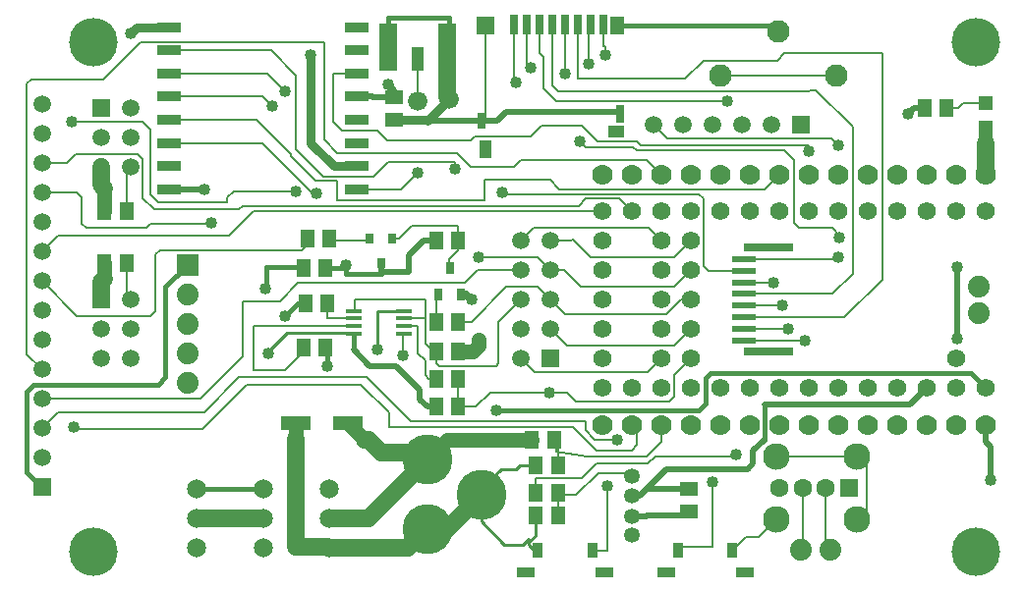
<source format=gtl>
G04 DipTrace 3.3.1.3*
G04 Teensy4.0TouchDisplayLoRaV0.2.gtl*
%MOIN*%
G04 #@! TF.FileFunction,Copper,L1,Top*
G04 #@! TF.Part,Single*
%AMOUTLINE0*
4,1,4,
-0.0175,-0.025,
-0.0175,0.025,
0.0175,0.025,
0.0175,-0.025,
-0.0175,-0.025,
0*%
%AMOUTLINE1*
4,1,4,
0.0285,-0.0155,
-0.0285,-0.0155,
-0.0285,0.0155,
0.0285,0.0155,
0.0285,-0.0155,
0*%
%AMOUTLINE4*
4,1,4,
-0.03937,-0.015748,
0.03937,-0.015748,
0.03937,0.015748,
-0.03937,0.015748,
-0.03937,-0.015748,
0*%
%AMOUTLINE5*
4,1,4,
0.03937,0.015748,
-0.03937,0.015748,
-0.03937,-0.015748,
0.03937,-0.015748,
0.03937,0.015748,
0*%
%AMOUTLINE6*
4,1,4,
0.03,0.08,
-0.03,0.08,
-0.03,-0.08,
0.03,-0.08,
0.03,0.08,
0*%
%AMOUTLINE7*
4,1,4,
0.02,0.04,
-0.02,0.04,
-0.02,-0.04,
0.02,-0.04,
0.02,0.04,
0*%
G04 #@! TA.AperFunction,Conductor*
%ADD13C,0.02*%
%ADD14C,0.015*%
%ADD15C,0.008*%
%ADD16C,0.01*%
%ADD17C,0.03*%
%ADD18C,0.06*%
%ADD19C,0.059055*%
%ADD20C,0.031496*%
G04 #@! TA.AperFunction,ViaPad*
%ADD21C,0.04*%
G04 #@! TA.AperFunction,Conductor*
%ADD23C,0.051181*%
%ADD25C,0.025591*%
%ADD26C,0.015748*%
%ADD27C,0.005*%
%ADD28C,0.047244*%
%ADD29C,0.05*%
G04 #@! TA.AperFunction,ComponentPad*
%ADD32C,0.066*%
%ADD34R,0.1X0.05*%
%ADD35R,0.059055X0.051181*%
%ADD36R,0.051181X0.059055*%
G04 #@! TA.AperFunction,ComponentPad*
%ADD37C,0.17*%
%ADD38R,0.059055X0.059055*%
%ADD39C,0.059055*%
%ADD40C,0.07*%
%ADD41C,0.074*%
%ADD42R,0.027559X0.068898*%
%ADD43R,0.03937X0.061024*%
%ADD44R,0.031496X0.055118*%
%ADD45R,0.031496X0.059055*%
%ADD46R,0.057087X0.03937*%
%ADD47R,0.07874X0.023622*%
%ADD48R,0.165354X0.027559*%
G04 #@! TA.AperFunction,ComponentPad*
%ADD51C,0.076772*%
%ADD52C,0.065199*%
%ADD53C,0.05315*%
%ADD54R,0.047244X0.047244*%
%ADD56R,0.031496X0.035433*%
%ADD58R,0.025591X0.041339*%
G04 #@! TA.AperFunction,ComponentPad*
%ADD60C,0.06194*%
%ADD61C,0.074*%
%ADD62R,0.074X0.074*%
%ADD63R,0.055118X0.015748*%
G04 #@! TA.AperFunction,ComponentPad*
%ADD64R,0.062992X0.062992*%
%ADD65C,0.062992*%
%ADD66C,0.090551*%
G04 #@! TA.AperFunction,ViaPad*
%ADD68C,0.165*%
%ADD140OUTLINE0*%
%ADD141OUTLINE1*%
%ADD144OUTLINE4*%
%ADD145OUTLINE5*%
%ADD146OUTLINE6*%
%ADD147OUTLINE7*%
%FSLAX26Y26*%
G04*
G70*
G90*
G75*
G01*
G04 Top*
%LPD*%
X3599613Y1236707D2*
D13*
Y1479183D1*
X2493700Y703700D2*
X2522259D1*
X2543474Y724915D1*
X2687209D1*
X1687314Y2056025D2*
X1615700D1*
Y2058065D1*
X1562598D1*
X1668566Y2099771D2*
X1687314Y2081023D1*
Y2056025D1*
X3493700Y1068700D2*
X3437385Y1012385D1*
X2943432D1*
D14*
Y893648D1*
D13*
X2905936Y856151D1*
Y812406D1*
X2887188Y793658D1*
X2612217D1*
X2522259Y703700D1*
X3487550Y2018697D2*
X3449797D1*
X3430881Y1999781D1*
X781102Y1668700D2*
D15*
Y1806102D1*
X793700Y1818700D1*
X987388Y1487335D2*
D14*
X912396Y1412343D1*
Y1106396D1*
X887128Y1081128D1*
X465128D1*
X441700Y1057700D1*
Y783700D1*
X493700Y731700D1*
X1456088Y1474836D2*
X1512333D1*
X1524831Y1487335D1*
X3693700Y1068700D2*
X3643776Y1118624D1*
X2760624D1*
X2743453Y1101453D1*
Y1015453D1*
X2721700Y993700D1*
X2033700D1*
X1631070Y1199865D2*
D16*
Y1331102D1*
X1723057D1*
X1524831Y1487335D2*
D14*
Y1456088D1*
X1643700D1*
Y1494130D1*
X1831298Y1568700D2*
D13*
X1787427D1*
X1737309Y1518582D1*
Y1462338D1*
X1643700D1*
Y1494130D1*
X781102Y1493700D2*
D15*
Y1381298D1*
X793700Y1368700D1*
X3693700Y943700D2*
D13*
Y887052D1*
X3712102Y868650D1*
Y756162D1*
X2405989Y2199760D2*
D15*
Y2231007D1*
X2396771D1*
Y2304415D1*
X3080918Y1231112D2*
X2874222D1*
X2874015Y1230905D1*
X2268503Y2137267D2*
X2266823Y2138947D1*
Y2304428D1*
X3005926Y1349850D2*
X2874850D1*
X2874015Y1349015D1*
X2349745Y2168514D2*
Y2304415D1*
X2353424D1*
X3024674Y1268608D2*
X2875682D1*
X2874015Y1270275D1*
X2818445Y2043527D2*
X2237256D1*
X2193511Y2087272D1*
Y2193889D1*
X2180222Y2207178D1*
Y2304428D1*
X2974679Y1424842D2*
X2876928D1*
X2874015Y1427755D1*
X2149766Y2156015D2*
X2136902Y2168878D1*
Y2304428D1*
X2053700Y1733700D2*
X2059700Y1727700D1*
X2721700D1*
X2737700Y1711700D1*
Y1483700D1*
X2754275Y1467125D1*
X2874015D1*
X2093621Y2304415D2*
Y2106020D1*
X2099771D1*
X2568419Y1962285D2*
X2615004Y1915700D1*
X3171700D1*
X3193700Y1893700D1*
Y1513700D2*
X3186495Y1506495D1*
X2874015D1*
X1893700Y1813700D2*
Y1837298D1*
X1668566D1*
X1618968Y1787700D1*
X1449443D1*
X1356099Y1881044D1*
Y2131018D1*
X1271571Y2215545D1*
X924802D1*
X2593700Y1793700D2*
X2543852Y1843548D1*
X2119548D1*
X2095700Y1819700D1*
X1949700D1*
X1901700Y1867700D1*
X1493700D1*
X1449839Y1911561D1*
Y2243700D1*
X827700D1*
X701588Y2117588D1*
X457700D1*
X441700Y2101588D1*
Y1183700D1*
X493700Y1131700D1*
Y1831700D2*
X577700D1*
X609700Y1863700D1*
X819700D1*
X835700Y1847700D1*
Y1713700D1*
X874585Y1674815D1*
X1162369D1*
X1174868Y1687314D1*
X2315314D1*
X2339700Y1711700D1*
X2450700D1*
X2493700Y1668700D1*
X493700Y1531700D2*
X549325Y1587325D1*
X1129325D1*
X1210700Y1668700D1*
X2393700D1*
X2493700Y943700D2*
X2512228D1*
Y874899D1*
X2493480Y856151D1*
X2374742D1*
X2293501Y937393D1*
X1671294D1*
Y984659D1*
X1574826Y1081128D1*
X1187367D1*
X1037382Y931144D1*
X606178D1*
X599928Y937393D1*
X2593700Y943700D2*
Y887629D1*
X2543474Y837403D1*
X2343006D1*
X2236861Y852835D1*
X2231102Y893695D1*
X2243600Y806167D2*
Y893695D1*
X2231102D1*
X1718561Y1181117D2*
Y1254330D1*
X1723057D1*
X2118700Y1168700D2*
X2165700Y1121700D1*
X2546700D1*
X2593700Y1168700D1*
X1906102Y1099982D2*
Y1006136D1*
X2213700Y1053700D2*
X2275700D1*
X2305700Y1023700D1*
X2621700D1*
X2637700Y1039700D1*
Y1112700D1*
X2693700Y1168700D1*
X1906102Y1006136D2*
X1966199D1*
X2013763Y1053700D1*
X2213700D1*
X1318603Y2074773D2*
X1256571Y2136805D1*
X924802D1*
X1274857Y2024779D2*
X1241571Y2058065D1*
X924802D1*
X2218700Y1268700D2*
X2275700Y1211700D1*
X2636700D1*
X2693700Y1268700D1*
X2118700Y1368700D2*
X2041574Y1291574D1*
Y1151700D1*
X2033495Y1143621D1*
X1839779D1*
X1831298Y1152102D1*
Y1193829D1*
Y1180868D1*
X1793553Y1218613D1*
Y1305511D1*
Y1368598D1*
X1556078D1*
Y1331102D1*
X1549829D1*
X1793553Y1305511D2*
X1723057D1*
X2693700Y1368700D2*
X2662314D1*
X2612217Y1318603D1*
X2268797D1*
X2218700Y1368700D1*
X2175700Y1411700D1*
X2067700D1*
X1949923Y1293923D1*
X1906102D1*
X2118700Y1468700D2*
X1970700D1*
X1926842Y1424842D1*
X1362348D1*
X1299855Y1362348D1*
X1174868D1*
Y1174868D1*
X1031700Y1031700D1*
X493700D1*
X2693700Y1468700D2*
X2638700Y1413700D1*
X2320700D1*
X2265700Y1468700D1*
X2218700D1*
X2173700Y1513700D1*
X1973700D1*
X1068629Y1631070D2*
X1069700Y1624821D1*
X862401D1*
X849280Y1611700D1*
X643700D1*
X627514Y1627886D1*
Y1715700D1*
X611514Y1731700D1*
X493700D1*
X593700Y1973700D2*
X835700D1*
X862401Y1946999D1*
Y1724810D1*
X887398Y1699813D1*
X1122558D1*
Y1716246D1*
X1143621Y1737309D1*
X1356099D1*
X2118700Y1568700D2*
X2161700Y1611700D1*
X2550700D1*
X2593700Y1568700D1*
X2693700D2*
X2636700Y1511700D1*
X2355700D1*
X2293700Y1573700D1*
X2288700Y1568700D1*
X2218700D1*
X2168797Y714535D2*
Y762411D1*
X2324747D1*
X2374742Y812406D1*
X2549724D1*
X2574721Y837403D1*
X2849692D1*
Y843653D1*
X1424842Y1731060D2*
X1412343D1*
X1242818Y1900585D1*
X924802D1*
X3199655Y1581075D2*
Y1587325D1*
X3174658Y1612322D1*
X3062170D1*
X3045700Y1628792D1*
Y1841700D1*
X3012606Y1874794D1*
X2512228D1*
X2499729Y1887293D1*
X2337246D1*
X2318498Y1906041D1*
X3093700Y1873700D2*
Y1893543D1*
X2524726D1*
X2512228Y1906041D1*
X2377359D1*
X2323700Y1959700D1*
X2189700D1*
X2151700Y1921700D1*
X1961700D1*
X1949700Y1909700D1*
X1664907D1*
X1631070Y1943537D1*
X1511863D1*
X1481086Y1974314D1*
Y2136805D1*
X1562598D1*
X2993700Y1793700D2*
X2943700Y1743700D1*
X2247700D1*
X2216595Y1774805D1*
X1993532D1*
Y1706062D1*
X1494687D1*
Y1771700D1*
X1421697D1*
X1337351Y1856046D1*
Y1862296D1*
X1220322Y1979325D1*
X924802D1*
X2443485Y893648D2*
X2368493D1*
X2337109Y925031D1*
Y956141D1*
X1743558D1*
X1593574Y1106125D1*
X1162369D1*
X1043632Y987388D1*
X549388D1*
X493700Y931700D1*
X1249860Y1406094D2*
D14*
X1256109D1*
Y1481086D1*
X1381285D1*
Y1474836D1*
X1318603Y1312354D2*
X1362348Y1356099D1*
X1387535D1*
X1462338Y1143621D2*
Y1206115D1*
X1456088D1*
X1243611Y724936D2*
X1018634D1*
X1468587Y524936D2*
D18*
X1736054D1*
X1799802Y588684D1*
X1866731D1*
X1984842Y706794D1*
X1262359Y1187367D2*
D16*
Y1193616D1*
X1324852Y1256109D1*
X1549829D1*
Y1254330D1*
X1868566Y2224758D2*
D18*
Y2056004D1*
X1874794Y2049776D1*
X793700Y2273700D2*
D20*
X814285Y2294285D1*
X924802D1*
X1874794Y2049776D2*
D17*
X1802854Y1977835D1*
X1799466Y1981222D1*
X1687314D1*
X2493700Y633700D2*
D13*
X2543474D1*
Y637424D1*
X2687209D1*
Y650112D1*
X1668566Y2224758D2*
D14*
Y2324747D1*
X1874794D1*
Y2230986D1*
X1868566Y2224758D1*
X1973700Y1233700D2*
D23*
Y1213829D1*
X1953700Y1193829D1*
X1906102D1*
X1949787Y1368598D2*
D25*
X1931473Y1386911D1*
X1914550D1*
X1549829Y1254330D2*
D26*
Y1199865D1*
D13*
X1606073Y1143621D1*
X1693564D1*
X1774805Y1062380D1*
Y1031133D1*
X1799802Y1006136D1*
X1831298D1*
X2983905Y835787D2*
D15*
X3259495D1*
X3291396Y803886D1*
Y653514D1*
X3259495Y621613D1*
X1997125Y2299691D2*
D27*
Y1988457D1*
X1983372Y1974704D1*
D13*
X2037197D1*
X2068524Y2006031D1*
X2448108D1*
X2453818Y2000321D1*
X1802854Y1977835D2*
X1980241D1*
X1983372Y1974704D1*
X2443976Y2299691D2*
D14*
X2971239D1*
X2990306Y2280624D1*
X3693700Y1952361D2*
D28*
Y1898739D1*
D18*
Y1793700D1*
X1356081Y949892D2*
D29*
Y894892D1*
D18*
Y531186D1*
X1462338D1*
X1468587Y524936D1*
X1043632Y1743558D2*
D13*
X924802D1*
Y1743104D1*
X1562598Y1821844D2*
D17*
X1484041D1*
X1406094Y1899792D1*
Y2199760D1*
X706298Y1493700D2*
D23*
Y1440826D1*
D18*
X693700Y1428228D1*
D19*
Y1368700D1*
X706298Y1668700D2*
D23*
Y1746574D1*
D18*
X693700Y1759172D1*
D19*
Y1818700D1*
X2836200Y517451D2*
D15*
X2881340Y562591D1*
X2924882D1*
X2983905Y621613D1*
X2176200Y517451D2*
D16*
X2163501D1*
X2143516Y537435D1*
Y544306D1*
X2168797Y569587D1*
Y635364D1*
X1984842Y706794D2*
Y614868D1*
X2062275Y537435D1*
X2126243D1*
X2143516Y554708D1*
Y544306D1*
X1984842Y706794D2*
Y728724D1*
X2049776Y793658D1*
X2100697D1*
X2113207Y806167D1*
X2168797D1*
X1839747Y1386911D2*
D15*
X1831298D1*
Y1293923D1*
X1549829Y1305511D2*
X1462338D1*
Y1356099D1*
X493700Y1431700D2*
X611700Y1313700D1*
X861700D1*
X878315Y1330315D1*
Y1521700D1*
X894315Y1537700D1*
X1375700D1*
X1393595Y1555595D1*
Y1574826D1*
X1768556Y2043527D2*
Y2119700D1*
X1768566Y2119710D1*
Y2184758D1*
X1768556Y1799802D2*
X1711857Y1743104D1*
X1562598D1*
X3562354Y2018697D2*
X3599781D1*
X3618361Y2037277D1*
X3691461D1*
X3693700Y2035039D1*
X1606298Y1576808D2*
X1599823D1*
Y1568577D1*
X1468398D1*
Y1574826D1*
X1381285Y1206115D2*
Y1193805D1*
X1318603Y1131123D1*
X1212364D1*
Y1279920D1*
X1549829D1*
X2243600Y635364D2*
Y706073D1*
Y714535D1*
Y706073D2*
X2305905D1*
X2380991Y781159D1*
X2493700D1*
Y768700D1*
X1831298Y1099982D2*
X1805945D1*
X1793700Y1112228D1*
Y1162222D1*
X1768556Y1187367D1*
Y1279920D1*
X1723057D1*
X1877149Y1477462D2*
X1874794D1*
Y1504721D1*
X1906102Y1536028D1*
Y1568700D1*
Y1618571D1*
X1747571D1*
X1705808Y1576808D1*
X1681102D1*
X2768451Y749913D2*
Y531186D1*
X2651200D1*
Y517451D1*
X2412238Y737414D2*
Y517451D1*
X2361200D1*
X2223516Y2304428D2*
Y2094763D1*
X2243506Y2074773D1*
X2752627D1*
X2751700Y2075700D1*
X3094343D1*
X3098343Y2079700D1*
X3119737D1*
X3243401Y1956036D1*
Y1456088D1*
X3175697Y1388385D1*
X2874015D1*
Y1309645D2*
X3215695D1*
X3343390Y1437340D1*
Y2206010D1*
X3012175D1*
X2987178Y2181012D1*
X2737204D1*
X2674710Y2118519D1*
X2312249D1*
Y2302323D1*
X2310157Y2304415D1*
X3073275Y728700D2*
Y523275D1*
X3068700Y518700D1*
X3152015Y728700D2*
Y535385D1*
X3168700Y518700D1*
X2793456Y2131018D2*
X3187157D1*
X1018634Y624936D2*
D18*
X1243611D1*
X1468587D2*
X1599834D1*
X1799802Y824905D1*
D23*
X1868592Y893695D1*
X2156298D1*
X1531081Y949892D2*
D29*
X1587649Y893323D1*
D18*
X1600148D1*
X1643569Y849902D1*
X1774805D1*
X1799802Y824905D1*
D21*
X3599613Y1236707D3*
Y1479183D3*
X3430881Y1999781D3*
X3712102Y756162D3*
X3080918Y1231112D3*
X3005926Y1349850D3*
X3024674Y1268608D3*
X2974679Y1424842D3*
X2443485Y893648D3*
X1043632Y1743558D3*
X1406094Y2199760D3*
X2768451Y749913D3*
X2412238Y737414D3*
D68*
X3661417Y511810D3*
X669291D3*
Y2244094D3*
X3661417D3*
D21*
X1262359Y1187367D3*
X793700Y2273700D3*
X1973700Y1233700D3*
X1949787Y1368598D3*
X1668566Y2099771D3*
X2033700Y993700D3*
X1631070Y1199865D3*
X1524831Y1487335D3*
X2405989Y2199760D3*
X2268503Y2137267D3*
X2349745Y2168514D3*
X2818445Y2043527D3*
X2149766Y2156015D3*
X2099771Y2106020D3*
X1893700Y1813700D3*
X599928Y937393D3*
X1718561Y1181117D3*
X2213700Y1053700D3*
X1318603Y2074773D3*
X1274857Y2024779D3*
X1973700Y1513700D3*
X1068629Y1631070D3*
X1356099Y1737309D3*
X593700Y1973700D3*
X2849692Y843653D3*
X1424842Y1731060D3*
X2318498Y1906041D3*
X3199655Y1581075D3*
X3093700Y1873700D3*
X1249860Y1406094D3*
X1318603Y1312354D3*
X1462338Y1143621D3*
X1768556Y1799802D3*
X2053700Y1733700D3*
X3193700Y1513700D3*
Y1893700D3*
D32*
X1768556Y2043527D3*
D34*
X1531081Y949892D3*
X1356081D3*
D35*
X1687314Y2056025D3*
Y1981222D3*
X2687209Y724915D3*
Y650112D3*
D36*
X706298Y1493700D3*
X781102D3*
Y1668700D3*
X706298D3*
D32*
X1874794Y2049776D3*
D37*
X1799802Y824905D3*
Y588684D3*
X1984842Y706794D3*
D38*
X3068419Y1962285D3*
D39*
X2968419D3*
X2868419D3*
X2768419D3*
X2668419D3*
X2568419D3*
D40*
X3693700Y1793700D3*
X3593700D3*
X3493700D3*
X3393700D3*
X3293700D3*
X3193700D3*
X3093700D3*
X2993700D3*
X2893700D3*
X2793700D3*
X2693700D3*
X2593700D3*
X2493700D3*
X2393700D3*
X3693700Y943700D3*
X3593700D3*
X3493700D3*
X3393700D3*
X3293700D3*
X3193700D3*
X3093700D3*
X2993700D3*
X2893700D3*
X2793700D3*
X2693700D3*
X2593700D3*
X2493700D3*
X2393700D3*
D38*
X2218700Y1168700D3*
D39*
X2118700D3*
X2218700Y1268700D3*
X2118700D3*
X2218700Y1368700D3*
X2118700D3*
X2218700Y1468700D3*
X2118700D3*
X2218700Y1568700D3*
X2118700D3*
D41*
X3068700Y518700D3*
X3168700D3*
D42*
X2396771Y2304415D3*
X2353424D3*
X2310157D3*
X2266823Y2304428D3*
X2223516D3*
X2180222D3*
X2136902D3*
X2093621Y2304415D3*
D36*
X2443976Y2299691D3*
D38*
X1997125D3*
D43*
X1999501Y1879035D3*
D44*
X1983372Y1974704D3*
D45*
X2453818Y2000321D3*
D46*
X2441259Y1941266D3*
D47*
X2874015Y1230905D3*
Y1270275D3*
Y1309645D3*
Y1388385D3*
Y1349015D3*
Y1427755D3*
Y1467125D3*
Y1506495D3*
D48*
X2956692Y1191535D3*
Y1545865D3*
D51*
X3187157Y2131018D3*
X2990306Y2280624D3*
X2793456Y2131018D3*
D52*
X1018634Y524936D3*
Y624936D3*
Y724936D3*
X1243611Y524936D3*
Y624936D3*
Y724936D3*
X1468587Y524936D3*
Y624936D3*
Y724936D3*
D38*
X493700Y731700D3*
D39*
Y831700D3*
Y931700D3*
Y1031700D3*
Y1131700D3*
Y1231700D3*
Y1331700D3*
Y1431700D3*
Y1531700D3*
Y1631700D3*
Y1731700D3*
Y1831700D3*
Y1931700D3*
Y2031700D3*
D53*
X2493700Y568700D3*
Y633700D3*
Y703700D3*
Y768700D3*
D140*
X2651200Y517451D3*
X2836200D3*
D141*
X2610700Y442951D3*
X2876700D3*
D38*
X693700Y2018700D3*
D39*
X793700D3*
X693700Y1918700D3*
X793700D3*
X693700Y1818700D3*
X793700D3*
D38*
X693700Y1368700D3*
D39*
X793700D3*
X693700Y1268700D3*
X793700D3*
X693700Y1168700D3*
X793700D3*
D140*
X2176200Y517451D3*
X2361200D3*
D141*
X2135700Y442951D3*
X2401700D3*
D54*
X3693700Y2035039D3*
Y1952361D3*
D56*
X1681102Y1576808D3*
X1606298D3*
X1643700Y1494130D3*
D58*
X1839747Y1386911D3*
X1914550D3*
X1877149Y1477462D3*
D36*
X2243600Y635364D3*
X2168797D3*
X1906102Y1568700D3*
X1831298D3*
X1393595Y1574826D3*
X1468398D3*
X2231102Y893695D3*
X2156298D3*
X3562354Y2018697D3*
X3487550D3*
X2168797Y806167D3*
X2243600D3*
X1906102Y1293923D3*
X1831298D3*
X1456088Y1474836D3*
X1381285D3*
X1906102Y1193829D3*
X1831298D3*
Y1099982D3*
X1906102D3*
X1381285Y1206115D3*
X1456088D3*
X1462338Y1356099D3*
X1387535D3*
X1831298Y1006136D3*
X1906102D3*
X2243600Y714535D3*
X2168797D3*
D144*
X1562598Y1743104D3*
Y1821844D3*
Y1900585D3*
Y1979325D3*
Y2058065D3*
Y2136805D3*
Y2215545D3*
Y2294285D3*
D145*
X924802D3*
Y2215545D3*
Y2136805D3*
Y2058065D3*
Y1979325D3*
Y1900585D3*
Y1821844D3*
Y1743104D3*
D60*
X3693700Y1668700D3*
X3593700D3*
X3493700D3*
X3393700D3*
X3293700D3*
X3193700D3*
X3093700D3*
X2993700D3*
X2893700D3*
X2793700D3*
X2693700D3*
X2593700D3*
X2493700D3*
X2393700D3*
Y1568700D3*
Y1468700D3*
Y1368700D3*
Y1268700D3*
Y1168700D3*
Y1068700D3*
X2493700D3*
X2593700D3*
X2693700D3*
X2793700D3*
X2893700D3*
X2993700D3*
X3093700D3*
X3193700D3*
X3293700D3*
X3393700D3*
X3493700D3*
X3593700D3*
X3693700D3*
X3593700Y1168700D3*
D61*
X3671700Y1323700D3*
D60*
X2693700Y1568700D3*
X2593700Y1468700D3*
Y1368700D3*
D61*
X3671700Y1413700D3*
D60*
X2593700Y1568700D3*
X2693700Y1468700D3*
Y1368700D3*
Y1268700D3*
Y1168700D3*
X2593700Y1268700D3*
Y1168700D3*
D62*
X987388Y1487335D3*
D41*
Y1387335D3*
Y1287335D3*
Y1087335D3*
Y1187335D3*
D63*
X1549829Y1331102D3*
Y1305511D3*
Y1279920D3*
Y1254330D3*
X1723057D3*
Y1279920D3*
Y1305511D3*
Y1331102D3*
D64*
X3230755Y728700D3*
D65*
X3152015D3*
X3073275D3*
X2994535D3*
D66*
X2983905Y621613D3*
Y835787D3*
X3259495Y621613D3*
Y835787D3*
D146*
X1668566Y2224758D3*
X1868566D3*
D147*
X1768566Y2184758D3*
M02*

</source>
